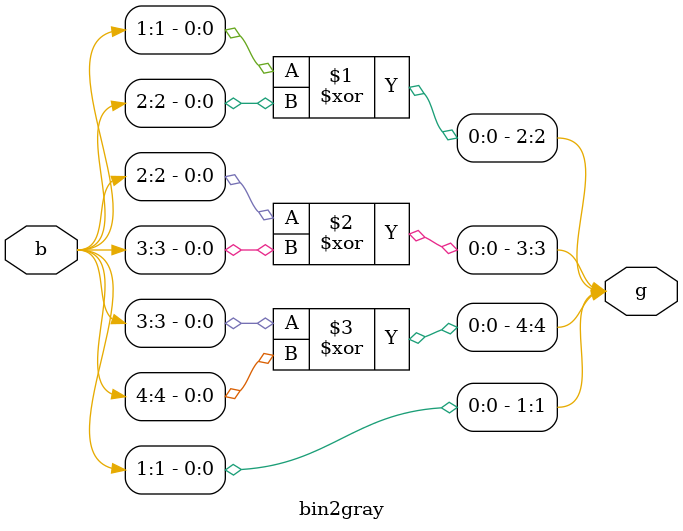
<source format=v>
module bin2gray(b,g);
input [1:4]b;
output [1:4]g;

buf gate1(g[1],b[1]);
xor gate2(g[2],b[1],b[2]);
xor gate3(g[3],b[2],b[3]);
xor gate4(g[4],b[3],b[4]);

endmodule

</source>
